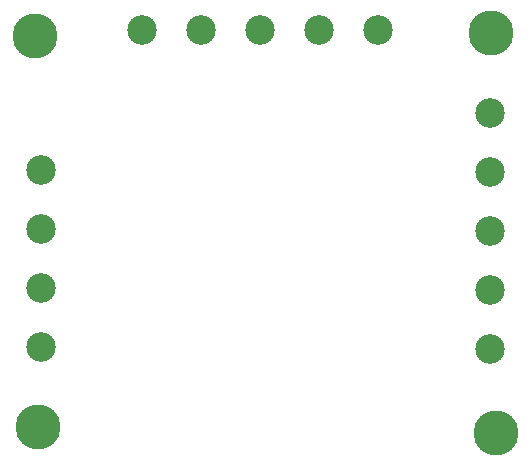
<source format=gbr>
%TF.GenerationSoftware,KiCad,Pcbnew,6.0.2+dfsg-1*%
%TF.CreationDate,2023-04-17T16:54:49+02:00*%
%TF.ProjectId,vl53l0x_conn_PCB,766c3533-6c30-4785-9f63-6f6e6e5f5043,rev?*%
%TF.SameCoordinates,Original*%
%TF.FileFunction,Soldermask,Bot*%
%TF.FilePolarity,Negative*%
%FSLAX46Y46*%
G04 Gerber Fmt 4.6, Leading zero omitted, Abs format (unit mm)*
G04 Created by KiCad (PCBNEW 6.0.2+dfsg-1) date 2023-04-17 16:54:49*
%MOMM*%
%LPD*%
G01*
G04 APERTURE LIST*
%ADD10C,2.500000*%
%ADD11C,3.800000*%
G04 APERTURE END LIST*
D10*
%TO.C,J1*%
X68961000Y-31943000D03*
X68961000Y-36943000D03*
X68961000Y-41943000D03*
X68961000Y-46943000D03*
X68961000Y-51943000D03*
%TD*%
D11*
%TO.C,H3*%
X30734000Y-58547000D03*
%TD*%
D10*
%TO.C,J3*%
X30988000Y-36751000D03*
X30988000Y-41751000D03*
X30988000Y-46751000D03*
X30988000Y-51751000D03*
%TD*%
D11*
%TO.C,H4*%
X69088000Y-25146000D03*
%TD*%
%TO.C,H1*%
X30480000Y-25400000D03*
%TD*%
%TO.C,H2*%
X69469000Y-59055000D03*
%TD*%
D10*
%TO.C,J2*%
X39545000Y-24892000D03*
X44545000Y-24892000D03*
X49545000Y-24892000D03*
X54545000Y-24892000D03*
X59545000Y-24892000D03*
%TD*%
M02*

</source>
